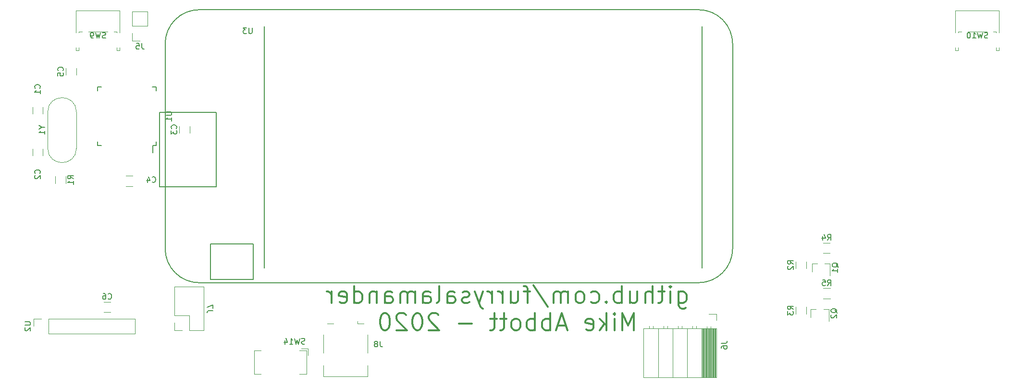
<source format=gbr>
G04 #@! TF.GenerationSoftware,KiCad,Pcbnew,(5.1.5)-2*
G04 #@! TF.CreationDate,2020-10-20T15:30:22-06:00*
G04 #@! TF.ProjectId,Pi-A3-Game-Console,50692d41-332d-4476-916d-652d436f6e73,rev?*
G04 #@! TF.SameCoordinates,Original*
G04 #@! TF.FileFunction,Legend,Bot*
G04 #@! TF.FilePolarity,Positive*
%FSLAX46Y46*%
G04 Gerber Fmt 4.6, Leading zero omitted, Abs format (unit mm)*
G04 Created by KiCad (PCBNEW (5.1.5)-2) date 2020-10-20 15:30:22*
%MOMM*%
%LPD*%
G04 APERTURE LIST*
%ADD10C,0.300000*%
%ADD11C,0.200000*%
%ADD12C,0.120000*%
%ADD13C,0.150000*%
G04 APERTURE END LIST*
D10*
X162892857Y-102707142D02*
X162892857Y-105135714D01*
X163035714Y-105421428D01*
X163178571Y-105564285D01*
X163464285Y-105707142D01*
X163892857Y-105707142D01*
X164178571Y-105564285D01*
X162892857Y-104564285D02*
X163178571Y-104707142D01*
X163750000Y-104707142D01*
X164035714Y-104564285D01*
X164178571Y-104421428D01*
X164321428Y-104135714D01*
X164321428Y-103278571D01*
X164178571Y-102992857D01*
X164035714Y-102850000D01*
X163750000Y-102707142D01*
X163178571Y-102707142D01*
X162892857Y-102850000D01*
X161464285Y-104707142D02*
X161464285Y-102707142D01*
X161464285Y-101707142D02*
X161607142Y-101850000D01*
X161464285Y-101992857D01*
X161321428Y-101850000D01*
X161464285Y-101707142D01*
X161464285Y-101992857D01*
X160464285Y-102707142D02*
X159321428Y-102707142D01*
X160035714Y-101707142D02*
X160035714Y-104278571D01*
X159892857Y-104564285D01*
X159607142Y-104707142D01*
X159321428Y-104707142D01*
X158321428Y-104707142D02*
X158321428Y-101707142D01*
X157035714Y-104707142D02*
X157035714Y-103135714D01*
X157178571Y-102850000D01*
X157464285Y-102707142D01*
X157892857Y-102707142D01*
X158178571Y-102850000D01*
X158321428Y-102992857D01*
X154321428Y-102707142D02*
X154321428Y-104707142D01*
X155607142Y-102707142D02*
X155607142Y-104278571D01*
X155464285Y-104564285D01*
X155178571Y-104707142D01*
X154750000Y-104707142D01*
X154464285Y-104564285D01*
X154321428Y-104421428D01*
X152892857Y-104707142D02*
X152892857Y-101707142D01*
X152892857Y-102850000D02*
X152607142Y-102707142D01*
X152035714Y-102707142D01*
X151750000Y-102850000D01*
X151607142Y-102992857D01*
X151464285Y-103278571D01*
X151464285Y-104135714D01*
X151607142Y-104421428D01*
X151750000Y-104564285D01*
X152035714Y-104707142D01*
X152607142Y-104707142D01*
X152892857Y-104564285D01*
X150178571Y-104421428D02*
X150035714Y-104564285D01*
X150178571Y-104707142D01*
X150321428Y-104564285D01*
X150178571Y-104421428D01*
X150178571Y-104707142D01*
X147464285Y-104564285D02*
X147750000Y-104707142D01*
X148321428Y-104707142D01*
X148607142Y-104564285D01*
X148750000Y-104421428D01*
X148892857Y-104135714D01*
X148892857Y-103278571D01*
X148750000Y-102992857D01*
X148607142Y-102850000D01*
X148321428Y-102707142D01*
X147750000Y-102707142D01*
X147464285Y-102850000D01*
X145750000Y-104707142D02*
X146035714Y-104564285D01*
X146178571Y-104421428D01*
X146321428Y-104135714D01*
X146321428Y-103278571D01*
X146178571Y-102992857D01*
X146035714Y-102850000D01*
X145750000Y-102707142D01*
X145321428Y-102707142D01*
X145035714Y-102850000D01*
X144892857Y-102992857D01*
X144750000Y-103278571D01*
X144750000Y-104135714D01*
X144892857Y-104421428D01*
X145035714Y-104564285D01*
X145321428Y-104707142D01*
X145750000Y-104707142D01*
X143464285Y-104707142D02*
X143464285Y-102707142D01*
X143464285Y-102992857D02*
X143321428Y-102850000D01*
X143035714Y-102707142D01*
X142607142Y-102707142D01*
X142321428Y-102850000D01*
X142178571Y-103135714D01*
X142178571Y-104707142D01*
X142178571Y-103135714D02*
X142035714Y-102850000D01*
X141750000Y-102707142D01*
X141321428Y-102707142D01*
X141035714Y-102850000D01*
X140892857Y-103135714D01*
X140892857Y-104707142D01*
X137321428Y-101564285D02*
X139892857Y-105421428D01*
X136750000Y-102707142D02*
X135607142Y-102707142D01*
X136321428Y-104707142D02*
X136321428Y-102135714D01*
X136178571Y-101850000D01*
X135892857Y-101707142D01*
X135607142Y-101707142D01*
X133321428Y-102707142D02*
X133321428Y-104707142D01*
X134607142Y-102707142D02*
X134607142Y-104278571D01*
X134464285Y-104564285D01*
X134178571Y-104707142D01*
X133749999Y-104707142D01*
X133464285Y-104564285D01*
X133321428Y-104421428D01*
X131892857Y-104707142D02*
X131892857Y-102707142D01*
X131892857Y-103278571D02*
X131749999Y-102992857D01*
X131607142Y-102850000D01*
X131321428Y-102707142D01*
X131035714Y-102707142D01*
X130035714Y-104707142D02*
X130035714Y-102707142D01*
X130035714Y-103278571D02*
X129892857Y-102992857D01*
X129749999Y-102850000D01*
X129464285Y-102707142D01*
X129178571Y-102707142D01*
X128464285Y-102707142D02*
X127749999Y-104707142D01*
X127035714Y-102707142D02*
X127749999Y-104707142D01*
X128035714Y-105421428D01*
X128178571Y-105564285D01*
X128464285Y-105707142D01*
X126035714Y-104564285D02*
X125749999Y-104707142D01*
X125178571Y-104707142D01*
X124892857Y-104564285D01*
X124749999Y-104278571D01*
X124749999Y-104135714D01*
X124892857Y-103850000D01*
X125178571Y-103707142D01*
X125607142Y-103707142D01*
X125892857Y-103564285D01*
X126035714Y-103278571D01*
X126035714Y-103135714D01*
X125892857Y-102850000D01*
X125607142Y-102707142D01*
X125178571Y-102707142D01*
X124892857Y-102850000D01*
X122178571Y-104707142D02*
X122178571Y-103135714D01*
X122321428Y-102850000D01*
X122607142Y-102707142D01*
X123178571Y-102707142D01*
X123464285Y-102850000D01*
X122178571Y-104564285D02*
X122464285Y-104707142D01*
X123178571Y-104707142D01*
X123464285Y-104564285D01*
X123607142Y-104278571D01*
X123607142Y-103992857D01*
X123464285Y-103707142D01*
X123178571Y-103564285D01*
X122464285Y-103564285D01*
X122178571Y-103421428D01*
X120321428Y-104707142D02*
X120607142Y-104564285D01*
X120749999Y-104278571D01*
X120749999Y-101707142D01*
X117892857Y-104707142D02*
X117892857Y-103135714D01*
X118035714Y-102850000D01*
X118321428Y-102707142D01*
X118892857Y-102707142D01*
X119178571Y-102850000D01*
X117892857Y-104564285D02*
X118178571Y-104707142D01*
X118892857Y-104707142D01*
X119178571Y-104564285D01*
X119321428Y-104278571D01*
X119321428Y-103992857D01*
X119178571Y-103707142D01*
X118892857Y-103564285D01*
X118178571Y-103564285D01*
X117892857Y-103421428D01*
X116464285Y-104707142D02*
X116464285Y-102707142D01*
X116464285Y-102992857D02*
X116321428Y-102850000D01*
X116035714Y-102707142D01*
X115607142Y-102707142D01*
X115321428Y-102850000D01*
X115178571Y-103135714D01*
X115178571Y-104707142D01*
X115178571Y-103135714D02*
X115035714Y-102850000D01*
X114749999Y-102707142D01*
X114321428Y-102707142D01*
X114035714Y-102850000D01*
X113892857Y-103135714D01*
X113892857Y-104707142D01*
X111178571Y-104707142D02*
X111178571Y-103135714D01*
X111321428Y-102850000D01*
X111607142Y-102707142D01*
X112178571Y-102707142D01*
X112464285Y-102850000D01*
X111178571Y-104564285D02*
X111464285Y-104707142D01*
X112178571Y-104707142D01*
X112464285Y-104564285D01*
X112607142Y-104278571D01*
X112607142Y-103992857D01*
X112464285Y-103707142D01*
X112178571Y-103564285D01*
X111464285Y-103564285D01*
X111178571Y-103421428D01*
X109749999Y-102707142D02*
X109749999Y-104707142D01*
X109749999Y-102992857D02*
X109607142Y-102850000D01*
X109321428Y-102707142D01*
X108892857Y-102707142D01*
X108607142Y-102850000D01*
X108464285Y-103135714D01*
X108464285Y-104707142D01*
X105749999Y-104707142D02*
X105749999Y-101707142D01*
X105749999Y-104564285D02*
X106035714Y-104707142D01*
X106607142Y-104707142D01*
X106892857Y-104564285D01*
X107035714Y-104421428D01*
X107178571Y-104135714D01*
X107178571Y-103278571D01*
X107035714Y-102992857D01*
X106892857Y-102850000D01*
X106607142Y-102707142D01*
X106035714Y-102707142D01*
X105749999Y-102850000D01*
X103178571Y-104564285D02*
X103464285Y-104707142D01*
X104035714Y-104707142D01*
X104321428Y-104564285D01*
X104464285Y-104278571D01*
X104464285Y-103135714D01*
X104321428Y-102850000D01*
X104035714Y-102707142D01*
X103464285Y-102707142D01*
X103178571Y-102850000D01*
X103035714Y-103135714D01*
X103035714Y-103421428D01*
X104464285Y-103707142D01*
X101749999Y-104707142D02*
X101749999Y-102707142D01*
X101749999Y-103278571D02*
X101607142Y-102992857D01*
X101464285Y-102850000D01*
X101178571Y-102707142D01*
X100892857Y-102707142D01*
X155035714Y-109507142D02*
X155035714Y-106507142D01*
X154035714Y-108650000D01*
X153035714Y-106507142D01*
X153035714Y-109507142D01*
X151607142Y-109507142D02*
X151607142Y-107507142D01*
X151607142Y-106507142D02*
X151750000Y-106650000D01*
X151607142Y-106792857D01*
X151464285Y-106650000D01*
X151607142Y-106507142D01*
X151607142Y-106792857D01*
X150178571Y-109507142D02*
X150178571Y-106507142D01*
X149892857Y-108364285D02*
X149035714Y-109507142D01*
X149035714Y-107507142D02*
X150178571Y-108650000D01*
X146607142Y-109364285D02*
X146892857Y-109507142D01*
X147464285Y-109507142D01*
X147750000Y-109364285D01*
X147892857Y-109078571D01*
X147892857Y-107935714D01*
X147750000Y-107650000D01*
X147464285Y-107507142D01*
X146892857Y-107507142D01*
X146607142Y-107650000D01*
X146464285Y-107935714D01*
X146464285Y-108221428D01*
X147892857Y-108507142D01*
X143035714Y-108650000D02*
X141607142Y-108650000D01*
X143321428Y-109507142D02*
X142321428Y-106507142D01*
X141321428Y-109507142D01*
X140321428Y-109507142D02*
X140321428Y-106507142D01*
X140321428Y-107650000D02*
X140035714Y-107507142D01*
X139464285Y-107507142D01*
X139178571Y-107650000D01*
X139035714Y-107792857D01*
X138892857Y-108078571D01*
X138892857Y-108935714D01*
X139035714Y-109221428D01*
X139178571Y-109364285D01*
X139464285Y-109507142D01*
X140035714Y-109507142D01*
X140321428Y-109364285D01*
X137607142Y-109507142D02*
X137607142Y-106507142D01*
X137607142Y-107650000D02*
X137321428Y-107507142D01*
X136750000Y-107507142D01*
X136464285Y-107650000D01*
X136321428Y-107792857D01*
X136178571Y-108078571D01*
X136178571Y-108935714D01*
X136321428Y-109221428D01*
X136464285Y-109364285D01*
X136750000Y-109507142D01*
X137321428Y-109507142D01*
X137607142Y-109364285D01*
X134464285Y-109507142D02*
X134750000Y-109364285D01*
X134892857Y-109221428D01*
X135035714Y-108935714D01*
X135035714Y-108078571D01*
X134892857Y-107792857D01*
X134750000Y-107650000D01*
X134464285Y-107507142D01*
X134035714Y-107507142D01*
X133750000Y-107650000D01*
X133607142Y-107792857D01*
X133464285Y-108078571D01*
X133464285Y-108935714D01*
X133607142Y-109221428D01*
X133750000Y-109364285D01*
X134035714Y-109507142D01*
X134464285Y-109507142D01*
X132607142Y-107507142D02*
X131464285Y-107507142D01*
X132178571Y-106507142D02*
X132178571Y-109078571D01*
X132035714Y-109364285D01*
X131750000Y-109507142D01*
X131464285Y-109507142D01*
X130892857Y-107507142D02*
X129750000Y-107507142D01*
X130464285Y-106507142D02*
X130464285Y-109078571D01*
X130321428Y-109364285D01*
X130035714Y-109507142D01*
X129750000Y-109507142D01*
X126464285Y-108364285D02*
X124178571Y-108364285D01*
X120607142Y-106792857D02*
X120464285Y-106650000D01*
X120178571Y-106507142D01*
X119464285Y-106507142D01*
X119178571Y-106650000D01*
X119035714Y-106792857D01*
X118892857Y-107078571D01*
X118892857Y-107364285D01*
X119035714Y-107792857D01*
X120750000Y-109507142D01*
X118892857Y-109507142D01*
X117035714Y-106507142D02*
X116750000Y-106507142D01*
X116464285Y-106650000D01*
X116321428Y-106792857D01*
X116178571Y-107078571D01*
X116035714Y-107650000D01*
X116035714Y-108364285D01*
X116178571Y-108935714D01*
X116321428Y-109221428D01*
X116464285Y-109364285D01*
X116750000Y-109507142D01*
X117035714Y-109507142D01*
X117321428Y-109364285D01*
X117464285Y-109221428D01*
X117607142Y-108935714D01*
X117750000Y-108364285D01*
X117750000Y-107650000D01*
X117607142Y-107078571D01*
X117464285Y-106792857D01*
X117321428Y-106650000D01*
X117035714Y-106507142D01*
X114892857Y-106792857D02*
X114750000Y-106650000D01*
X114464285Y-106507142D01*
X113750000Y-106507142D01*
X113464285Y-106650000D01*
X113321428Y-106792857D01*
X113178571Y-107078571D01*
X113178571Y-107364285D01*
X113321428Y-107792857D01*
X115035714Y-109507142D01*
X113178571Y-109507142D01*
X111321428Y-106507142D02*
X111035714Y-106507142D01*
X110750000Y-106650000D01*
X110607142Y-106792857D01*
X110464285Y-107078571D01*
X110321428Y-107650000D01*
X110321428Y-108364285D01*
X110464285Y-108935714D01*
X110607142Y-109221428D01*
X110750000Y-109364285D01*
X111035714Y-109507142D01*
X111321428Y-109507142D01*
X111607142Y-109364285D01*
X111750000Y-109221428D01*
X111892857Y-108935714D01*
X112035714Y-108364285D01*
X112035714Y-107650000D01*
X111892857Y-107078571D01*
X111750000Y-106792857D01*
X111607142Y-106650000D01*
X111321428Y-106507142D01*
D11*
X166431974Y-101130000D02*
X78451974Y-101130000D01*
X87931976Y-94330001D02*
X80431977Y-94330001D01*
X71431977Y-84230001D02*
X81431973Y-84230001D01*
X81431973Y-84230001D02*
X81431973Y-71130000D01*
X172431974Y-59000000D02*
X172431974Y-95130000D01*
X78451974Y-53000000D02*
X166431974Y-53000001D01*
X166000000Y-53000000D02*
X154431974Y-53000000D01*
X167031975Y-98530001D02*
X167031975Y-55930002D01*
X80431977Y-100530001D02*
X87931976Y-100530001D01*
X152431974Y-53000001D02*
X143431974Y-53000000D01*
X72451974Y-95130000D02*
G75*
G03X78451974Y-101130000I6000000J0D01*
G01*
X166431976Y-101130000D02*
G75*
G03X172431974Y-95130000I-1J5999999D01*
G01*
X89881976Y-55930002D02*
X89881976Y-98530001D01*
X87931976Y-100530001D02*
X87931976Y-94330001D01*
X81431973Y-71130000D02*
X71431977Y-71130000D01*
X78451974Y-53000000D02*
G75*
G03X72451974Y-59000000I0J-6000000D01*
G01*
X172431974Y-58999999D02*
G75*
G03X166431974Y-53000001I-5999999J-1D01*
G01*
X72451974Y-95130001D02*
X72451974Y-59000000D01*
X80431977Y-94330001D02*
X80431977Y-100530001D01*
X71431977Y-71130000D02*
X71431977Y-84230001D01*
D12*
X189614064Y-103910000D02*
X188409936Y-103910000D01*
X189614064Y-102090000D02*
X188409936Y-102090000D01*
X189602064Y-95910000D02*
X188397936Y-95910000D01*
X189602064Y-94090000D02*
X188397936Y-94090000D01*
X185410000Y-105409936D02*
X185410000Y-106614064D01*
X183590000Y-105409936D02*
X183590000Y-106614064D01*
X185410000Y-97410436D02*
X185410000Y-98614564D01*
X183590000Y-97410436D02*
X183590000Y-98614564D01*
X186210000Y-105790000D02*
X186210000Y-107250000D01*
X189370000Y-105790000D02*
X189370000Y-107950000D01*
X189370000Y-105790000D02*
X188440000Y-105790000D01*
X186210000Y-105790000D02*
X187140000Y-105790000D01*
X186420000Y-97740000D02*
X186420000Y-99200000D01*
X189580000Y-97740000D02*
X189580000Y-99900000D01*
X189580000Y-97740000D02*
X188650000Y-97740000D01*
X186420000Y-97740000D02*
X187350000Y-97740000D01*
X74070000Y-109530000D02*
X75400000Y-109530000D01*
X74070000Y-108200000D02*
X74070000Y-109530000D01*
X76670000Y-109530000D02*
X79270000Y-109530000D01*
X76670000Y-106930000D02*
X76670000Y-109530000D01*
X74070000Y-106930000D02*
X76670000Y-106930000D01*
X79270000Y-109530000D02*
X79270000Y-101790000D01*
X74070000Y-106930000D02*
X74070000Y-101790000D01*
X74070000Y-101790000D02*
X79270000Y-101790000D01*
X100330000Y-117660000D02*
X108150000Y-117660000D01*
X106350000Y-108340000D02*
X106350000Y-107910000D01*
X100330000Y-117660000D02*
X100330000Y-115710000D01*
X100330000Y-113490000D02*
X100330000Y-110260000D01*
X102130000Y-108340000D02*
X101050000Y-108340000D01*
X107430000Y-108340000D02*
X106350000Y-108340000D01*
X108150000Y-113490000D02*
X108150000Y-110260000D01*
X108150000Y-117660000D02*
X108150000Y-115710000D01*
X96140000Y-113050000D02*
X97340000Y-113050000D01*
X97340000Y-113050000D02*
X97340000Y-117250000D01*
X97340000Y-117250000D02*
X96140000Y-117250000D01*
X89340000Y-113050000D02*
X88140000Y-113050000D01*
X88140000Y-113050000D02*
X88140000Y-117250000D01*
X88140000Y-117250000D02*
X89340000Y-117250000D01*
X96440000Y-112750000D02*
X97640000Y-112750000D01*
X97640000Y-112750000D02*
X97640000Y-113950000D01*
X217255000Y-56850000D02*
X213855000Y-56850000D01*
X218895000Y-56850000D02*
X218355000Y-56850000D01*
X211695000Y-59680000D02*
X211695000Y-60190000D01*
X212215000Y-60190000D02*
X211695000Y-60190000D01*
X212215000Y-59680000D02*
X212215000Y-60190000D01*
X212755000Y-56850000D02*
X212215000Y-56850000D01*
X219415000Y-59680000D02*
X219415000Y-60190000D01*
X218895000Y-59680000D02*
X218895000Y-60190000D01*
X212215000Y-56850000D02*
X212215000Y-57080000D01*
X219415000Y-53180000D02*
X219415000Y-57080000D01*
X219415000Y-60190000D02*
X218895000Y-60190000D01*
X211695000Y-53180000D02*
X211695000Y-57080000D01*
X219415000Y-53180000D02*
X211695000Y-53180000D01*
X218895000Y-56850000D02*
X218895000Y-57080000D01*
X62315000Y-56850000D02*
X58915000Y-56850000D01*
X63955000Y-56850000D02*
X63415000Y-56850000D01*
X56755000Y-59680000D02*
X56755000Y-60190000D01*
X57275000Y-60190000D02*
X56755000Y-60190000D01*
X57275000Y-59680000D02*
X57275000Y-60190000D01*
X57815000Y-56850000D02*
X57275000Y-56850000D01*
X64475000Y-59680000D02*
X64475000Y-60190000D01*
X63955000Y-59680000D02*
X63955000Y-60190000D01*
X57275000Y-56850000D02*
X57275000Y-57080000D01*
X64475000Y-53180000D02*
X64475000Y-57080000D01*
X64475000Y-60190000D02*
X63955000Y-60190000D01*
X56755000Y-53180000D02*
X56755000Y-57080000D01*
X64475000Y-53180000D02*
X56755000Y-53180000D01*
X63955000Y-56850000D02*
X63955000Y-57080000D01*
X49270000Y-107470000D02*
X49270000Y-108800000D01*
X50600000Y-107470000D02*
X49270000Y-107470000D01*
X51870000Y-107470000D02*
X51870000Y-110130000D01*
X51870000Y-110130000D02*
X67170000Y-110130000D01*
X51870000Y-107470000D02*
X67170000Y-107470000D01*
X67170000Y-107470000D02*
X67170000Y-110130000D01*
X169580000Y-107750000D02*
X169580000Y-106640000D01*
X169580000Y-106640000D02*
X168250000Y-106640000D01*
X169580000Y-117840000D02*
X156760000Y-117840000D01*
X156760000Y-117840000D02*
X156760000Y-109210000D01*
X169580000Y-109210000D02*
X156760000Y-109210000D01*
X169580000Y-117840000D02*
X169580000Y-109210000D01*
X159360000Y-117840000D02*
X159360000Y-109210000D01*
X161900000Y-117840000D02*
X161900000Y-109210000D01*
X164440000Y-117840000D02*
X164440000Y-109210000D01*
X166980000Y-117840000D02*
X166980000Y-109210000D01*
X157730000Y-109210000D02*
X157730000Y-108800000D01*
X158450000Y-109210000D02*
X158450000Y-108800000D01*
X160270000Y-109210000D02*
X160270000Y-108800000D01*
X160990000Y-109210000D02*
X160990000Y-108800000D01*
X162810000Y-109210000D02*
X162810000Y-108800000D01*
X163530000Y-109210000D02*
X163530000Y-108800000D01*
X165350000Y-109210000D02*
X165350000Y-108800000D01*
X166070000Y-109210000D02*
X166070000Y-108800000D01*
X167890000Y-109210000D02*
X167890000Y-108860000D01*
X168610000Y-109210000D02*
X168610000Y-108860000D01*
X167098100Y-117840000D02*
X167098100Y-109210000D01*
X167216195Y-117840000D02*
X167216195Y-109210000D01*
X167334290Y-117840000D02*
X167334290Y-109210000D01*
X167452385Y-117840000D02*
X167452385Y-109210000D01*
X167570480Y-117840000D02*
X167570480Y-109210000D01*
X167688575Y-117840000D02*
X167688575Y-109210000D01*
X167806670Y-117840000D02*
X167806670Y-109210000D01*
X167924765Y-117840000D02*
X167924765Y-109210000D01*
X168042860Y-117840000D02*
X168042860Y-109210000D01*
X168160955Y-117840000D02*
X168160955Y-109210000D01*
X168279050Y-117840000D02*
X168279050Y-109210000D01*
X168397145Y-117840000D02*
X168397145Y-109210000D01*
X168515240Y-117840000D02*
X168515240Y-109210000D01*
X168633335Y-117840000D02*
X168633335Y-109210000D01*
X168751430Y-117840000D02*
X168751430Y-109210000D01*
X168869525Y-117840000D02*
X168869525Y-109210000D01*
X168987620Y-117840000D02*
X168987620Y-109210000D01*
X169105715Y-117840000D02*
X169105715Y-109210000D01*
X169223810Y-117840000D02*
X169223810Y-109210000D01*
X169341905Y-117840000D02*
X169341905Y-109210000D01*
X169460000Y-117840000D02*
X169460000Y-109210000D01*
X62832064Y-106320000D02*
X61627936Y-106320000D01*
X62832064Y-104500000D02*
X61627936Y-104500000D01*
X56810000Y-77430000D02*
G75*
G02X51760000Y-77430000I-2525000J0D01*
G01*
X56810000Y-71030000D02*
G75*
G03X51760000Y-71030000I-2525000J0D01*
G01*
X56810000Y-71030000D02*
X56810000Y-77430000D01*
X51760000Y-71030000D02*
X51760000Y-77430000D01*
X53090000Y-83589564D02*
X53090000Y-82385436D01*
X54910000Y-83589564D02*
X54910000Y-82385436D01*
X66670000Y-58480000D02*
X68000000Y-58480000D01*
X66670000Y-57150000D02*
X66670000Y-58480000D01*
X66670000Y-55880000D02*
X69330000Y-55880000D01*
X69330000Y-55880000D02*
X69330000Y-53280000D01*
X66670000Y-55880000D02*
X66670000Y-53280000D01*
X66670000Y-53280000D02*
X69330000Y-53280000D01*
X56790000Y-63315436D02*
X56790000Y-64519564D01*
X54970000Y-63315436D02*
X54970000Y-64519564D01*
X65530436Y-82310000D02*
X66734564Y-82310000D01*
X65530436Y-84130000D02*
X66734564Y-84130000D01*
X76785000Y-73510436D02*
X76785000Y-74714564D01*
X74965000Y-73510436D02*
X74965000Y-74714564D01*
X50910000Y-77537936D02*
X50910000Y-78742064D01*
X49090000Y-77537936D02*
X49090000Y-78742064D01*
X49090000Y-71339564D02*
X49090000Y-70135436D01*
X50910000Y-71339564D02*
X50910000Y-70135436D01*
D13*
X70315000Y-76965000D02*
X70315000Y-78240000D01*
X70890000Y-66615000D02*
X70890000Y-67290000D01*
X60540000Y-66615000D02*
X60540000Y-67290000D01*
X60540000Y-76965000D02*
X60540000Y-76290000D01*
X70890000Y-76965000D02*
X70890000Y-76290000D01*
X60540000Y-76965000D02*
X61215000Y-76965000D01*
X60540000Y-66615000D02*
X61215000Y-66615000D01*
X70890000Y-66615000D02*
X70215000Y-66615000D01*
X70890000Y-76965000D02*
X70315000Y-76965000D01*
X87761904Y-56182380D02*
X87761904Y-56991904D01*
X87714285Y-57087142D01*
X87666666Y-57134761D01*
X87571428Y-57182380D01*
X87380952Y-57182380D01*
X87285714Y-57134761D01*
X87238095Y-57087142D01*
X87190476Y-56991904D01*
X87190476Y-56182380D01*
X86809523Y-56182380D02*
X86190476Y-56182380D01*
X86523809Y-56563333D01*
X86380952Y-56563333D01*
X86285714Y-56610952D01*
X86238095Y-56658571D01*
X86190476Y-56753809D01*
X86190476Y-56991904D01*
X86238095Y-57087142D01*
X86285714Y-57134761D01*
X86380952Y-57182380D01*
X86666666Y-57182380D01*
X86761904Y-57134761D01*
X86809523Y-57087142D01*
X189178666Y-101632380D02*
X189512000Y-101156190D01*
X189750095Y-101632380D02*
X189750095Y-100632380D01*
X189369142Y-100632380D01*
X189273904Y-100680000D01*
X189226285Y-100727619D01*
X189178666Y-100822857D01*
X189178666Y-100965714D01*
X189226285Y-101060952D01*
X189273904Y-101108571D01*
X189369142Y-101156190D01*
X189750095Y-101156190D01*
X188273904Y-100632380D02*
X188750095Y-100632380D01*
X188797714Y-101108571D01*
X188750095Y-101060952D01*
X188654857Y-101013333D01*
X188416761Y-101013333D01*
X188321523Y-101060952D01*
X188273904Y-101108571D01*
X188226285Y-101203809D01*
X188226285Y-101441904D01*
X188273904Y-101537142D01*
X188321523Y-101584761D01*
X188416761Y-101632380D01*
X188654857Y-101632380D01*
X188750095Y-101584761D01*
X188797714Y-101537142D01*
X189166666Y-93632380D02*
X189500000Y-93156190D01*
X189738095Y-93632380D02*
X189738095Y-92632380D01*
X189357142Y-92632380D01*
X189261904Y-92680000D01*
X189214285Y-92727619D01*
X189166666Y-92822857D01*
X189166666Y-92965714D01*
X189214285Y-93060952D01*
X189261904Y-93108571D01*
X189357142Y-93156190D01*
X189738095Y-93156190D01*
X188309523Y-92965714D02*
X188309523Y-93632380D01*
X188547619Y-92584761D02*
X188785714Y-93299047D01*
X188166666Y-93299047D01*
X183132380Y-105845333D02*
X182656190Y-105512000D01*
X183132380Y-105273904D02*
X182132380Y-105273904D01*
X182132380Y-105654857D01*
X182180000Y-105750095D01*
X182227619Y-105797714D01*
X182322857Y-105845333D01*
X182465714Y-105845333D01*
X182560952Y-105797714D01*
X182608571Y-105750095D01*
X182656190Y-105654857D01*
X182656190Y-105273904D01*
X182132380Y-106178666D02*
X182132380Y-106797714D01*
X182513333Y-106464380D01*
X182513333Y-106607238D01*
X182560952Y-106702476D01*
X182608571Y-106750095D01*
X182703809Y-106797714D01*
X182941904Y-106797714D01*
X183037142Y-106750095D01*
X183084761Y-106702476D01*
X183132380Y-106607238D01*
X183132380Y-106321523D01*
X183084761Y-106226285D01*
X183037142Y-106178666D01*
X183132380Y-97845833D02*
X182656190Y-97512500D01*
X183132380Y-97274404D02*
X182132380Y-97274404D01*
X182132380Y-97655357D01*
X182180000Y-97750595D01*
X182227619Y-97798214D01*
X182322857Y-97845833D01*
X182465714Y-97845833D01*
X182560952Y-97798214D01*
X182608571Y-97750595D01*
X182656190Y-97655357D01*
X182656190Y-97274404D01*
X182227619Y-98226785D02*
X182180000Y-98274404D01*
X182132380Y-98369642D01*
X182132380Y-98607738D01*
X182180000Y-98702976D01*
X182227619Y-98750595D01*
X182322857Y-98798214D01*
X182418095Y-98798214D01*
X182560952Y-98750595D01*
X183132380Y-98179166D01*
X183132380Y-98798214D01*
X190837619Y-106454761D02*
X190790000Y-106359523D01*
X190694761Y-106264285D01*
X190551904Y-106121428D01*
X190504285Y-106026190D01*
X190504285Y-105930952D01*
X190742380Y-105978571D02*
X190694761Y-105883333D01*
X190599523Y-105788095D01*
X190409047Y-105740476D01*
X190075714Y-105740476D01*
X189885238Y-105788095D01*
X189790000Y-105883333D01*
X189742380Y-105978571D01*
X189742380Y-106169047D01*
X189790000Y-106264285D01*
X189885238Y-106359523D01*
X190075714Y-106407142D01*
X190409047Y-106407142D01*
X190599523Y-106359523D01*
X190694761Y-106264285D01*
X190742380Y-106169047D01*
X190742380Y-105978571D01*
X189837619Y-106788095D02*
X189790000Y-106835714D01*
X189742380Y-106930952D01*
X189742380Y-107169047D01*
X189790000Y-107264285D01*
X189837619Y-107311904D01*
X189932857Y-107359523D01*
X190028095Y-107359523D01*
X190170952Y-107311904D01*
X190742380Y-106740476D01*
X190742380Y-107359523D01*
X191047619Y-98404761D02*
X191000000Y-98309523D01*
X190904761Y-98214285D01*
X190761904Y-98071428D01*
X190714285Y-97976190D01*
X190714285Y-97880952D01*
X190952380Y-97928571D02*
X190904761Y-97833333D01*
X190809523Y-97738095D01*
X190619047Y-97690476D01*
X190285714Y-97690476D01*
X190095238Y-97738095D01*
X190000000Y-97833333D01*
X189952380Y-97928571D01*
X189952380Y-98119047D01*
X190000000Y-98214285D01*
X190095238Y-98309523D01*
X190285714Y-98357142D01*
X190619047Y-98357142D01*
X190809523Y-98309523D01*
X190904761Y-98214285D01*
X190952380Y-98119047D01*
X190952380Y-97928571D01*
X190952380Y-99309523D02*
X190952380Y-98738095D01*
X190952380Y-99023809D02*
X189952380Y-99023809D01*
X190095238Y-98928571D01*
X190190476Y-98833333D01*
X190238095Y-98738095D01*
X80837619Y-106058333D02*
X80123333Y-106058333D01*
X79980476Y-106105952D01*
X79885238Y-106201190D01*
X79837619Y-106344047D01*
X79837619Y-106439285D01*
X80837619Y-105677380D02*
X80837619Y-105010714D01*
X79837619Y-105439285D01*
X110323333Y-111452380D02*
X110323333Y-112166666D01*
X110370952Y-112309523D01*
X110466190Y-112404761D01*
X110609047Y-112452380D01*
X110704285Y-112452380D01*
X109704285Y-111880952D02*
X109799523Y-111833333D01*
X109847142Y-111785714D01*
X109894761Y-111690476D01*
X109894761Y-111642857D01*
X109847142Y-111547619D01*
X109799523Y-111500000D01*
X109704285Y-111452380D01*
X109513809Y-111452380D01*
X109418571Y-111500000D01*
X109370952Y-111547619D01*
X109323333Y-111642857D01*
X109323333Y-111690476D01*
X109370952Y-111785714D01*
X109418571Y-111833333D01*
X109513809Y-111880952D01*
X109704285Y-111880952D01*
X109799523Y-111928571D01*
X109847142Y-111976190D01*
X109894761Y-112071428D01*
X109894761Y-112261904D01*
X109847142Y-112357142D01*
X109799523Y-112404761D01*
X109704285Y-112452380D01*
X109513809Y-112452380D01*
X109418571Y-112404761D01*
X109370952Y-112357142D01*
X109323333Y-112261904D01*
X109323333Y-112071428D01*
X109370952Y-111976190D01*
X109418571Y-111928571D01*
X109513809Y-111880952D01*
X97049523Y-111904761D02*
X96906666Y-111952380D01*
X96668571Y-111952380D01*
X96573333Y-111904761D01*
X96525714Y-111857142D01*
X96478095Y-111761904D01*
X96478095Y-111666666D01*
X96525714Y-111571428D01*
X96573333Y-111523809D01*
X96668571Y-111476190D01*
X96859047Y-111428571D01*
X96954285Y-111380952D01*
X97001904Y-111333333D01*
X97049523Y-111238095D01*
X97049523Y-111142857D01*
X97001904Y-111047619D01*
X96954285Y-111000000D01*
X96859047Y-110952380D01*
X96620952Y-110952380D01*
X96478095Y-111000000D01*
X96144761Y-110952380D02*
X95906666Y-111952380D01*
X95716190Y-111238095D01*
X95525714Y-111952380D01*
X95287619Y-110952380D01*
X94382857Y-111952380D02*
X94954285Y-111952380D01*
X94668571Y-111952380D02*
X94668571Y-110952380D01*
X94763809Y-111095238D01*
X94859047Y-111190476D01*
X94954285Y-111238095D01*
X93525714Y-111285714D02*
X93525714Y-111952380D01*
X93763809Y-110904761D02*
X94001904Y-111619047D01*
X93382857Y-111619047D01*
X217364523Y-57964761D02*
X217221666Y-58012380D01*
X216983571Y-58012380D01*
X216888333Y-57964761D01*
X216840714Y-57917142D01*
X216793095Y-57821904D01*
X216793095Y-57726666D01*
X216840714Y-57631428D01*
X216888333Y-57583809D01*
X216983571Y-57536190D01*
X217174047Y-57488571D01*
X217269285Y-57440952D01*
X217316904Y-57393333D01*
X217364523Y-57298095D01*
X217364523Y-57202857D01*
X217316904Y-57107619D01*
X217269285Y-57060000D01*
X217174047Y-57012380D01*
X216935952Y-57012380D01*
X216793095Y-57060000D01*
X216459761Y-57012380D02*
X216221666Y-58012380D01*
X216031190Y-57298095D01*
X215840714Y-58012380D01*
X215602619Y-57012380D01*
X214697857Y-58012380D02*
X215269285Y-58012380D01*
X214983571Y-58012380D02*
X214983571Y-57012380D01*
X215078809Y-57155238D01*
X215174047Y-57250476D01*
X215269285Y-57298095D01*
X214078809Y-57012380D02*
X213983571Y-57012380D01*
X213888333Y-57060000D01*
X213840714Y-57107619D01*
X213793095Y-57202857D01*
X213745476Y-57393333D01*
X213745476Y-57631428D01*
X213793095Y-57821904D01*
X213840714Y-57917142D01*
X213888333Y-57964761D01*
X213983571Y-58012380D01*
X214078809Y-58012380D01*
X214174047Y-57964761D01*
X214221666Y-57917142D01*
X214269285Y-57821904D01*
X214316904Y-57631428D01*
X214316904Y-57393333D01*
X214269285Y-57202857D01*
X214221666Y-57107619D01*
X214174047Y-57060000D01*
X214078809Y-57012380D01*
X61948333Y-57964761D02*
X61805476Y-58012380D01*
X61567380Y-58012380D01*
X61472142Y-57964761D01*
X61424523Y-57917142D01*
X61376904Y-57821904D01*
X61376904Y-57726666D01*
X61424523Y-57631428D01*
X61472142Y-57583809D01*
X61567380Y-57536190D01*
X61757857Y-57488571D01*
X61853095Y-57440952D01*
X61900714Y-57393333D01*
X61948333Y-57298095D01*
X61948333Y-57202857D01*
X61900714Y-57107619D01*
X61853095Y-57060000D01*
X61757857Y-57012380D01*
X61519761Y-57012380D01*
X61376904Y-57060000D01*
X61043571Y-57012380D02*
X60805476Y-58012380D01*
X60615000Y-57298095D01*
X60424523Y-58012380D01*
X60186428Y-57012380D01*
X59757857Y-58012380D02*
X59567380Y-58012380D01*
X59472142Y-57964761D01*
X59424523Y-57917142D01*
X59329285Y-57774285D01*
X59281666Y-57583809D01*
X59281666Y-57202857D01*
X59329285Y-57107619D01*
X59376904Y-57060000D01*
X59472142Y-57012380D01*
X59662619Y-57012380D01*
X59757857Y-57060000D01*
X59805476Y-57107619D01*
X59853095Y-57202857D01*
X59853095Y-57440952D01*
X59805476Y-57536190D01*
X59757857Y-57583809D01*
X59662619Y-57631428D01*
X59472142Y-57631428D01*
X59376904Y-57583809D01*
X59329285Y-57536190D01*
X59281666Y-57440952D01*
X47722380Y-108038095D02*
X48531904Y-108038095D01*
X48627142Y-108085714D01*
X48674761Y-108133333D01*
X48722380Y-108228571D01*
X48722380Y-108419047D01*
X48674761Y-108514285D01*
X48627142Y-108561904D01*
X48531904Y-108609523D01*
X47722380Y-108609523D01*
X47817619Y-109038095D02*
X47770000Y-109085714D01*
X47722380Y-109180952D01*
X47722380Y-109419047D01*
X47770000Y-109514285D01*
X47817619Y-109561904D01*
X47912857Y-109609523D01*
X48008095Y-109609523D01*
X48150952Y-109561904D01*
X48722380Y-108990476D01*
X48722380Y-109609523D01*
X170472380Y-111796666D02*
X171186666Y-111796666D01*
X171329523Y-111749047D01*
X171424761Y-111653809D01*
X171472380Y-111510952D01*
X171472380Y-111415714D01*
X170472380Y-112701428D02*
X170472380Y-112510952D01*
X170520000Y-112415714D01*
X170567619Y-112368095D01*
X170710476Y-112272857D01*
X170900952Y-112225238D01*
X171281904Y-112225238D01*
X171377142Y-112272857D01*
X171424761Y-112320476D01*
X171472380Y-112415714D01*
X171472380Y-112606190D01*
X171424761Y-112701428D01*
X171377142Y-112749047D01*
X171281904Y-112796666D01*
X171043809Y-112796666D01*
X170948571Y-112749047D01*
X170900952Y-112701428D01*
X170853333Y-112606190D01*
X170853333Y-112415714D01*
X170900952Y-112320476D01*
X170948571Y-112272857D01*
X171043809Y-112225238D01*
X62396666Y-103947142D02*
X62444285Y-103994761D01*
X62587142Y-104042380D01*
X62682380Y-104042380D01*
X62825238Y-103994761D01*
X62920476Y-103899523D01*
X62968095Y-103804285D01*
X63015714Y-103613809D01*
X63015714Y-103470952D01*
X62968095Y-103280476D01*
X62920476Y-103185238D01*
X62825238Y-103090000D01*
X62682380Y-103042380D01*
X62587142Y-103042380D01*
X62444285Y-103090000D01*
X62396666Y-103137619D01*
X61539523Y-103042380D02*
X61730000Y-103042380D01*
X61825238Y-103090000D01*
X61872857Y-103137619D01*
X61968095Y-103280476D01*
X62015714Y-103470952D01*
X62015714Y-103851904D01*
X61968095Y-103947142D01*
X61920476Y-103994761D01*
X61825238Y-104042380D01*
X61634761Y-104042380D01*
X61539523Y-103994761D01*
X61491904Y-103947142D01*
X61444285Y-103851904D01*
X61444285Y-103613809D01*
X61491904Y-103518571D01*
X61539523Y-103470952D01*
X61634761Y-103423333D01*
X61825238Y-103423333D01*
X61920476Y-103470952D01*
X61968095Y-103518571D01*
X62015714Y-103613809D01*
X50736190Y-73753809D02*
X51212380Y-73753809D01*
X50212380Y-73420476D02*
X50736190Y-73753809D01*
X50212380Y-74087142D01*
X51212380Y-74944285D02*
X51212380Y-74372857D01*
X51212380Y-74658571D02*
X50212380Y-74658571D01*
X50355238Y-74563333D01*
X50450476Y-74468095D01*
X50498095Y-74372857D01*
X56272380Y-82820833D02*
X55796190Y-82487500D01*
X56272380Y-82249404D02*
X55272380Y-82249404D01*
X55272380Y-82630357D01*
X55320000Y-82725595D01*
X55367619Y-82773214D01*
X55462857Y-82820833D01*
X55605714Y-82820833D01*
X55700952Y-82773214D01*
X55748571Y-82725595D01*
X55796190Y-82630357D01*
X55796190Y-82249404D01*
X56272380Y-83773214D02*
X56272380Y-83201785D01*
X56272380Y-83487500D02*
X55272380Y-83487500D01*
X55415238Y-83392261D01*
X55510476Y-83297023D01*
X55558095Y-83201785D01*
X68333333Y-58932380D02*
X68333333Y-59646666D01*
X68380952Y-59789523D01*
X68476190Y-59884761D01*
X68619047Y-59932380D01*
X68714285Y-59932380D01*
X67380952Y-58932380D02*
X67857142Y-58932380D01*
X67904761Y-59408571D01*
X67857142Y-59360952D01*
X67761904Y-59313333D01*
X67523809Y-59313333D01*
X67428571Y-59360952D01*
X67380952Y-59408571D01*
X67333333Y-59503809D01*
X67333333Y-59741904D01*
X67380952Y-59837142D01*
X67428571Y-59884761D01*
X67523809Y-59932380D01*
X67761904Y-59932380D01*
X67857142Y-59884761D01*
X67904761Y-59837142D01*
X54417142Y-63750833D02*
X54464761Y-63703214D01*
X54512380Y-63560357D01*
X54512380Y-63465119D01*
X54464761Y-63322261D01*
X54369523Y-63227023D01*
X54274285Y-63179404D01*
X54083809Y-63131785D01*
X53940952Y-63131785D01*
X53750476Y-63179404D01*
X53655238Y-63227023D01*
X53560000Y-63322261D01*
X53512380Y-63465119D01*
X53512380Y-63560357D01*
X53560000Y-63703214D01*
X53607619Y-63750833D01*
X53512380Y-64655595D02*
X53512380Y-64179404D01*
X53988571Y-64131785D01*
X53940952Y-64179404D01*
X53893333Y-64274642D01*
X53893333Y-64512738D01*
X53940952Y-64607976D01*
X53988571Y-64655595D01*
X54083809Y-64703214D01*
X54321904Y-64703214D01*
X54417142Y-64655595D01*
X54464761Y-64607976D01*
X54512380Y-64512738D01*
X54512380Y-64274642D01*
X54464761Y-64179404D01*
X54417142Y-64131785D01*
X70166666Y-83357142D02*
X70214285Y-83404761D01*
X70357142Y-83452380D01*
X70452380Y-83452380D01*
X70595238Y-83404761D01*
X70690476Y-83309523D01*
X70738095Y-83214285D01*
X70785714Y-83023809D01*
X70785714Y-82880952D01*
X70738095Y-82690476D01*
X70690476Y-82595238D01*
X70595238Y-82500000D01*
X70452380Y-82452380D01*
X70357142Y-82452380D01*
X70214285Y-82500000D01*
X70166666Y-82547619D01*
X69309523Y-82785714D02*
X69309523Y-83452380D01*
X69547619Y-82404761D02*
X69785714Y-83119047D01*
X69166666Y-83119047D01*
X74412142Y-73945833D02*
X74459761Y-73898214D01*
X74507380Y-73755357D01*
X74507380Y-73660119D01*
X74459761Y-73517261D01*
X74364523Y-73422023D01*
X74269285Y-73374404D01*
X74078809Y-73326785D01*
X73935952Y-73326785D01*
X73745476Y-73374404D01*
X73650238Y-73422023D01*
X73555000Y-73517261D01*
X73507380Y-73660119D01*
X73507380Y-73755357D01*
X73555000Y-73898214D01*
X73602619Y-73945833D01*
X73507380Y-74279166D02*
X73507380Y-74898214D01*
X73888333Y-74564880D01*
X73888333Y-74707738D01*
X73935952Y-74802976D01*
X73983571Y-74850595D01*
X74078809Y-74898214D01*
X74316904Y-74898214D01*
X74412142Y-74850595D01*
X74459761Y-74802976D01*
X74507380Y-74707738D01*
X74507380Y-74422023D01*
X74459761Y-74326785D01*
X74412142Y-74279166D01*
X50357142Y-81833333D02*
X50404761Y-81785714D01*
X50452380Y-81642857D01*
X50452380Y-81547619D01*
X50404761Y-81404761D01*
X50309523Y-81309523D01*
X50214285Y-81261904D01*
X50023809Y-81214285D01*
X49880952Y-81214285D01*
X49690476Y-81261904D01*
X49595238Y-81309523D01*
X49500000Y-81404761D01*
X49452380Y-81547619D01*
X49452380Y-81642857D01*
X49500000Y-81785714D01*
X49547619Y-81833333D01*
X49547619Y-82214285D02*
X49500000Y-82261904D01*
X49452380Y-82357142D01*
X49452380Y-82595238D01*
X49500000Y-82690476D01*
X49547619Y-82738095D01*
X49642857Y-82785714D01*
X49738095Y-82785714D01*
X49880952Y-82738095D01*
X50452380Y-82166666D01*
X50452380Y-82785714D01*
X50357142Y-66833333D02*
X50404761Y-66785714D01*
X50452380Y-66642857D01*
X50452380Y-66547619D01*
X50404761Y-66404761D01*
X50309523Y-66309523D01*
X50214285Y-66261904D01*
X50023809Y-66214285D01*
X49880952Y-66214285D01*
X49690476Y-66261904D01*
X49595238Y-66309523D01*
X49500000Y-66404761D01*
X49452380Y-66547619D01*
X49452380Y-66642857D01*
X49500000Y-66785714D01*
X49547619Y-66833333D01*
X50452380Y-67785714D02*
X50452380Y-67214285D01*
X50452380Y-67500000D02*
X49452380Y-67500000D01*
X49595238Y-67404761D01*
X49690476Y-67309523D01*
X49738095Y-67214285D01*
X72617380Y-71028095D02*
X73426904Y-71028095D01*
X73522142Y-71075714D01*
X73569761Y-71123333D01*
X73617380Y-71218571D01*
X73617380Y-71409047D01*
X73569761Y-71504285D01*
X73522142Y-71551904D01*
X73426904Y-71599523D01*
X72617380Y-71599523D01*
X73617380Y-72599523D02*
X73617380Y-72028095D01*
X73617380Y-72313809D02*
X72617380Y-72313809D01*
X72760238Y-72218571D01*
X72855476Y-72123333D01*
X72903095Y-72028095D01*
M02*

</source>
